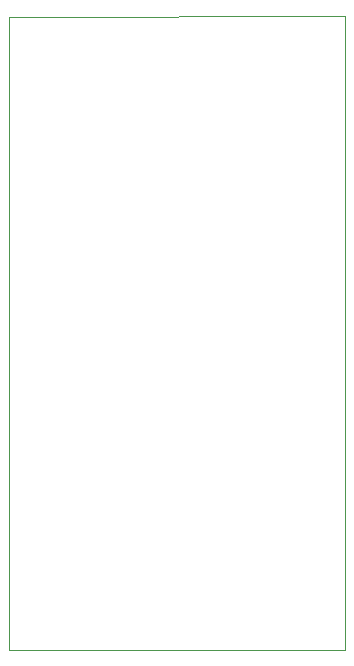
<source format=gm1>
%TF.GenerationSoftware,KiCad,Pcbnew,(5.1.10)-1*%
%TF.CreationDate,2021-10-10T21:05:51-06:00*%
%TF.ProjectId,ESP32_Boardv2.0,45535033-325f-4426-9f61-726476322e30,rev?*%
%TF.SameCoordinates,Original*%
%TF.FileFunction,Profile,NP*%
%FSLAX46Y46*%
G04 Gerber Fmt 4.6, Leading zero omitted, Abs format (unit mm)*
G04 Created by KiCad (PCBNEW (5.1.10)-1) date 2021-10-10 21:05:51*
%MOMM*%
%LPD*%
G01*
G04 APERTURE LIST*
%TA.AperFunction,Profile*%
%ADD10C,0.050000*%
%TD*%
G04 APERTURE END LIST*
D10*
X130960000Y-80000000D02*
X130960000Y-80200000D01*
X130920000Y-26560000D02*
X130960000Y-26560000D01*
X130910000Y-80200000D02*
X130960000Y-80200000D01*
X130960000Y-80000000D02*
X130960000Y-26560000D01*
X102460000Y-80210000D02*
X130910000Y-80200000D01*
X102470000Y-26590000D02*
X102460000Y-80210000D01*
X130920000Y-26560000D02*
X102470000Y-26590000D01*
M02*

</source>
